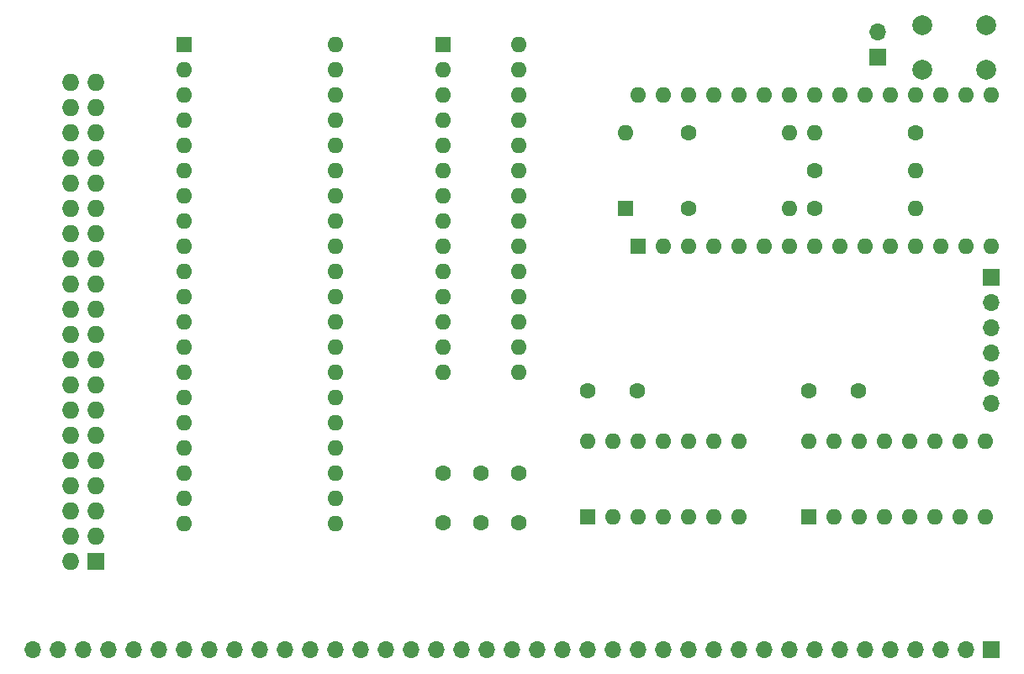
<source format=gbs>
G04 #@! TF.FileFunction,Soldermask,Bot*
%FSLAX46Y46*%
G04 Gerber Fmt 4.6, Leading zero omitted, Abs format (unit mm)*
G04 Created by KiCad (PCBNEW 4.0.6) date 06/10/17 20:24:27*
%MOMM*%
%LPD*%
G01*
G04 APERTURE LIST*
%ADD10C,0.100000*%
%ADD11R,1.727200X1.727200*%
%ADD12O,1.727200X1.727200*%
%ADD13C,1.600000*%
%ADD14R,1.700000X1.700000*%
%ADD15O,1.700000X1.700000*%
%ADD16R,1.600000X1.600000*%
%ADD17O,1.600000X1.600000*%
%ADD18C,2.000000*%
G04 APERTURE END LIST*
D10*
D11*
X106680000Y-124460000D03*
D12*
X104140000Y-124460000D03*
X106680000Y-121920000D03*
X104140000Y-121920000D03*
X106680000Y-119380000D03*
X104140000Y-119380000D03*
X106680000Y-116840000D03*
X104140000Y-116840000D03*
X106680000Y-114300000D03*
X104140000Y-114300000D03*
X106680000Y-111760000D03*
X104140000Y-111760000D03*
X106680000Y-109220000D03*
X104140000Y-109220000D03*
X106680000Y-106680000D03*
X104140000Y-106680000D03*
X106680000Y-104140000D03*
X104140000Y-104140000D03*
X106680000Y-101600000D03*
X104140000Y-101600000D03*
X106680000Y-99060000D03*
X104140000Y-99060000D03*
X106680000Y-96520000D03*
X104140000Y-96520000D03*
X106680000Y-93980000D03*
X104140000Y-93980000D03*
X106680000Y-91440000D03*
X104140000Y-91440000D03*
X106680000Y-88900000D03*
X104140000Y-88900000D03*
X106680000Y-86360000D03*
X104140000Y-86360000D03*
X106680000Y-83820000D03*
X104140000Y-83820000D03*
X106680000Y-81280000D03*
X104140000Y-81280000D03*
X106680000Y-78740000D03*
X104140000Y-78740000D03*
X106680000Y-76200000D03*
X104140000Y-76200000D03*
D13*
X156210000Y-107315000D03*
X161210000Y-107315000D03*
X141605000Y-115570000D03*
X141605000Y-120570000D03*
X178435000Y-107315000D03*
X183435000Y-107315000D03*
X145415000Y-115570000D03*
X145415000Y-120570000D03*
D14*
X196850000Y-133350000D03*
D15*
X194310000Y-133350000D03*
X191770000Y-133350000D03*
X189230000Y-133350000D03*
X186690000Y-133350000D03*
X184150000Y-133350000D03*
X181610000Y-133350000D03*
X179070000Y-133350000D03*
X176530000Y-133350000D03*
X173990000Y-133350000D03*
X171450000Y-133350000D03*
X168910000Y-133350000D03*
X166370000Y-133350000D03*
X163830000Y-133350000D03*
X161290000Y-133350000D03*
X158750000Y-133350000D03*
X156210000Y-133350000D03*
X153670000Y-133350000D03*
X151130000Y-133350000D03*
X148590000Y-133350000D03*
X146050000Y-133350000D03*
X143510000Y-133350000D03*
X140970000Y-133350000D03*
X138430000Y-133350000D03*
X135890000Y-133350000D03*
X133350000Y-133350000D03*
X130810000Y-133350000D03*
X128270000Y-133350000D03*
X125730000Y-133350000D03*
X123190000Y-133350000D03*
X120650000Y-133350000D03*
X118110000Y-133350000D03*
X115570000Y-133350000D03*
X113030000Y-133350000D03*
X110490000Y-133350000D03*
X107950000Y-133350000D03*
X105410000Y-133350000D03*
X102870000Y-133350000D03*
X100330000Y-133350000D03*
D16*
X161290000Y-92710000D03*
D17*
X194310000Y-77470000D03*
X163830000Y-92710000D03*
X191770000Y-77470000D03*
X166370000Y-92710000D03*
X189230000Y-77470000D03*
X168910000Y-92710000D03*
X186690000Y-77470000D03*
X171450000Y-92710000D03*
X184150000Y-77470000D03*
X173990000Y-92710000D03*
X181610000Y-77470000D03*
X176530000Y-92710000D03*
X179070000Y-77470000D03*
X179070000Y-92710000D03*
X176530000Y-77470000D03*
X181610000Y-92710000D03*
X173990000Y-77470000D03*
X184150000Y-92710000D03*
X171450000Y-77470000D03*
X186690000Y-92710000D03*
X168910000Y-77470000D03*
X189230000Y-92710000D03*
X166370000Y-77470000D03*
X191770000Y-92710000D03*
X163830000Y-77470000D03*
X194310000Y-92710000D03*
X161290000Y-77470000D03*
X196850000Y-92710000D03*
X196850000Y-77470000D03*
D14*
X185420000Y-73660000D03*
D15*
X185420000Y-71120000D03*
D13*
X166370000Y-88900000D03*
D17*
X176530000Y-88900000D03*
D13*
X179070000Y-88900000D03*
D17*
X189230000Y-88900000D03*
D13*
X179070000Y-85090000D03*
D17*
X189230000Y-85090000D03*
D18*
X189865000Y-74985000D03*
X189865000Y-70485000D03*
X196365000Y-74985000D03*
X196365000Y-70485000D03*
D16*
X156210000Y-120015000D03*
D17*
X171450000Y-112395000D03*
X158750000Y-120015000D03*
X168910000Y-112395000D03*
X161290000Y-120015000D03*
X166370000Y-112395000D03*
X163830000Y-120015000D03*
X163830000Y-112395000D03*
X166370000Y-120015000D03*
X161290000Y-112395000D03*
X168910000Y-120015000D03*
X158750000Y-112395000D03*
X171450000Y-120015000D03*
X156210000Y-112395000D03*
D16*
X115570000Y-72390000D03*
D17*
X130810000Y-120650000D03*
X115570000Y-74930000D03*
X130810000Y-118110000D03*
X115570000Y-77470000D03*
X130810000Y-115570000D03*
X115570000Y-80010000D03*
X130810000Y-113030000D03*
X115570000Y-82550000D03*
X130810000Y-110490000D03*
X115570000Y-85090000D03*
X130810000Y-107950000D03*
X115570000Y-87630000D03*
X130810000Y-105410000D03*
X115570000Y-90170000D03*
X130810000Y-102870000D03*
X115570000Y-92710000D03*
X130810000Y-100330000D03*
X115570000Y-95250000D03*
X130810000Y-97790000D03*
X115570000Y-97790000D03*
X130810000Y-95250000D03*
X115570000Y-100330000D03*
X130810000Y-92710000D03*
X115570000Y-102870000D03*
X130810000Y-90170000D03*
X115570000Y-105410000D03*
X130810000Y-87630000D03*
X115570000Y-107950000D03*
X130810000Y-85090000D03*
X115570000Y-110490000D03*
X130810000Y-82550000D03*
X115570000Y-113030000D03*
X130810000Y-80010000D03*
X115570000Y-115570000D03*
X130810000Y-77470000D03*
X115570000Y-118110000D03*
X130810000Y-74930000D03*
X115570000Y-120650000D03*
X130810000Y-72390000D03*
D16*
X178435000Y-120015000D03*
D17*
X196215000Y-112395000D03*
X180975000Y-120015000D03*
X193675000Y-112395000D03*
X183515000Y-120015000D03*
X191135000Y-112395000D03*
X186055000Y-120015000D03*
X188595000Y-112395000D03*
X188595000Y-120015000D03*
X186055000Y-112395000D03*
X191135000Y-120015000D03*
X183515000Y-112395000D03*
X193675000Y-120015000D03*
X180975000Y-112395000D03*
X196215000Y-120015000D03*
X178435000Y-112395000D03*
D16*
X141605000Y-72390000D03*
D17*
X149225000Y-105410000D03*
X141605000Y-74930000D03*
X149225000Y-102870000D03*
X141605000Y-77470000D03*
X149225000Y-100330000D03*
X141605000Y-80010000D03*
X149225000Y-97790000D03*
X141605000Y-82550000D03*
X149225000Y-95250000D03*
X141605000Y-85090000D03*
X149225000Y-92710000D03*
X141605000Y-87630000D03*
X149225000Y-90170000D03*
X141605000Y-90170000D03*
X149225000Y-87630000D03*
X141605000Y-92710000D03*
X149225000Y-85090000D03*
X141605000Y-95250000D03*
X149225000Y-82550000D03*
X141605000Y-97790000D03*
X149225000Y-80010000D03*
X141605000Y-100330000D03*
X149225000Y-77470000D03*
X141605000Y-102870000D03*
X149225000Y-74930000D03*
X141605000Y-105410000D03*
X149225000Y-72390000D03*
D14*
X196850000Y-95885000D03*
D15*
X196850000Y-98425000D03*
X196850000Y-100965000D03*
X196850000Y-103505000D03*
X196850000Y-106045000D03*
X196850000Y-108585000D03*
D13*
X166370000Y-81280000D03*
D17*
X176530000Y-81280000D03*
D13*
X189230000Y-81280000D03*
D17*
X179070000Y-81280000D03*
D13*
X149225000Y-115570000D03*
X149225000Y-120570000D03*
D16*
X160020000Y-88900000D03*
D17*
X160020000Y-81280000D03*
M02*

</source>
